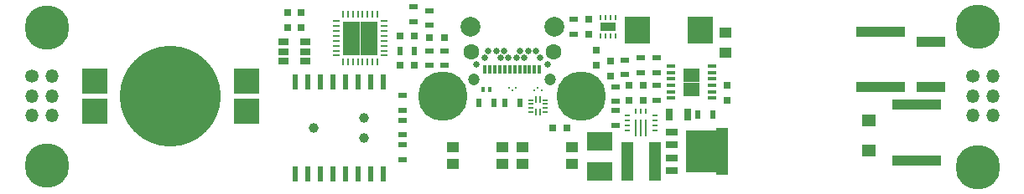
<source format=gbr>
G04 #@! TF.GenerationSoftware,KiCad,Pcbnew,(5.0.0)*
G04 #@! TF.CreationDate,2018-09-28T20:30:43-07:00*
G04 #@! TF.ProjectId,nixie_bottom_board,6E697869655F626F74746F6D5F626F61,rev?*
G04 #@! TF.SameCoordinates,Original*
G04 #@! TF.FileFunction,Soldermask,Top*
G04 #@! TF.FilePolarity,Negative*
%FSLAX46Y46*%
G04 Gerber Fmt 4.6, Leading zero omitted, Abs format (unit mm)*
G04 Created by KiCad (PCBNEW (5.0.0)) date 09/28/18 20:30:43*
%MOMM*%
%LPD*%
G01*
G04 APERTURE LIST*
%ADD10R,0.750000X0.800000*%
%ADD11C,10.200000*%
%ADD12R,2.500000X2.500000*%
%ADD13R,0.800000X0.800000*%
%ADD14R,0.900000X0.500000*%
%ADD15C,1.200000*%
%ADD16C,0.650000*%
%ADD17C,2.000000*%
%ADD18C,1.600000*%
%ADD19R,0.300000X0.900000*%
%ADD20R,0.800000X0.750000*%
%ADD21C,0.990600*%
%ADD22R,0.600000X1.500000*%
%ADD23R,1.725000X1.725000*%
%ADD24R,0.250000X0.700000*%
%ADD25R,0.700000X0.250000*%
%ADD26R,0.500000X0.900000*%
%ADD27C,1.350000*%
%ADD28O,1.350000X1.350000*%
%ADD29R,0.200000X0.700000*%
%ADD30R,0.500000X0.200000*%
%ADD31R,0.250000X1.800000*%
%ADD32R,0.600000X0.250000*%
%ADD33R,0.250000X0.600000*%
%ADD34R,1.300000X1.000000*%
%ADD35R,0.200000X0.200000*%
%ADD36R,0.300000X0.550000*%
%ADD37R,2.550000X2.700000*%
%ADD38R,2.500000X1.950000*%
%ADD39R,1.150000X0.700000*%
%ADD40R,3.300000X4.200000*%
%ADD41R,1.300000X4.700000*%
%ADD42R,1.250000X1.000000*%
%ADD43R,3.000000X1.000000*%
%ADD44R,5.000000X1.000000*%
%ADD45C,0.800000*%
%ADD46C,4.500000*%
%ADD47C,5.000000*%
%ADD48R,1.200000X3.900000*%
%ADD49R,0.700000X1.300000*%
%ADD50R,1.060000X0.650000*%
%ADD51R,0.825000X0.712500*%
%ADD52R,0.890000X0.420000*%
%ADD53R,1.400000X1.200000*%
%ADD54R,0.250000X0.500000*%
%ADD55R,1.600000X0.900000*%
G04 APERTURE END LIST*
D10*
G04 #@! TO.C,C17*
X157700000Y-93750000D03*
X157700000Y-92250000D03*
G04 #@! TD*
D11*
G04 #@! TO.C,BT1*
X115500000Y-100000000D03*
D12*
X107850000Y-101550000D03*
X107850000Y-98450000D03*
X123150000Y-101550000D03*
X123150000Y-98450000D03*
G04 #@! TD*
D13*
G04 #@! TO.C,D5*
X143200000Y-94100000D03*
X141600000Y-94100000D03*
G04 #@! TD*
D14*
G04 #@! TO.C,R13*
X143200000Y-96900000D03*
X143200000Y-95400000D03*
G04 #@! TD*
D15*
G04 #@! TO.C,J1*
X146155000Y-98310000D03*
X153845000Y-98310000D03*
D16*
X152400000Y-95410000D03*
X151600000Y-95410000D03*
X150800000Y-95410000D03*
X149200000Y-95410000D03*
X148400000Y-95410000D03*
X147600000Y-95410000D03*
X152800000Y-96110000D03*
X151200000Y-96110000D03*
X150400000Y-96110000D03*
X149600000Y-96110000D03*
X148800000Y-96110000D03*
X147200000Y-96110000D03*
X153600000Y-96760000D03*
X146400000Y-96760000D03*
D17*
X154220000Y-92995000D03*
X145780000Y-92995000D03*
D18*
X145870000Y-95510000D03*
D19*
X147750000Y-97330000D03*
X149250000Y-97330000D03*
X148750000Y-97330000D03*
X148250000Y-97330000D03*
X147250000Y-97330000D03*
X149750000Y-97330000D03*
X150250000Y-97330000D03*
X150750000Y-97330000D03*
X151250000Y-97330000D03*
X151750000Y-97330000D03*
X152250000Y-97330000D03*
X152750000Y-97330000D03*
D18*
X154130000Y-95510000D03*
G04 #@! TD*
D20*
G04 #@! TO.C,C12*
X138650000Y-96900000D03*
X140150000Y-96900000D03*
G04 #@! TD*
G04 #@! TO.C,C13*
X140150000Y-93900000D03*
X138650000Y-93900000D03*
G04 #@! TD*
D21*
G04 #@! TO.C,J2*
X135040000Y-102184000D03*
X135040000Y-104216000D03*
X129960000Y-103200000D03*
G04 #@! TD*
D22*
G04 #@! TO.C,U4*
X136945000Y-98550000D03*
X135675000Y-98550000D03*
X134405000Y-98550000D03*
X133135000Y-98550000D03*
X131865000Y-98550000D03*
X130595000Y-98550000D03*
X129325000Y-98550000D03*
X128055000Y-98550000D03*
X128055000Y-107850000D03*
X129325000Y-107850000D03*
X130595000Y-107850000D03*
X131865000Y-107850000D03*
X133135000Y-107850000D03*
X134405000Y-107850000D03*
X135675000Y-107850000D03*
X136945000Y-107850000D03*
G04 #@! TD*
D23*
G04 #@! TO.C,U2*
X135512500Y-95012500D03*
X135512500Y-93287500D03*
X133787500Y-95012500D03*
X133787500Y-93287500D03*
D24*
X136400000Y-96550000D03*
X135900000Y-96550000D03*
X135400000Y-96550000D03*
X134900000Y-96550000D03*
X134400000Y-96550000D03*
X133900000Y-96550000D03*
X133400000Y-96550000D03*
X132900000Y-96550000D03*
D25*
X132250000Y-95900000D03*
X132250000Y-95400000D03*
X132250000Y-94900000D03*
X132250000Y-94400000D03*
X132250000Y-93900000D03*
X132250000Y-93400000D03*
X132250000Y-92900000D03*
X132250000Y-92400000D03*
D24*
X132900000Y-91750000D03*
X133400000Y-91750000D03*
X133900000Y-91750000D03*
X134400000Y-91750000D03*
X134900000Y-91750000D03*
X135400000Y-91750000D03*
X135900000Y-91750000D03*
X136400000Y-91750000D03*
D25*
X137050000Y-92400000D03*
X137050000Y-92900000D03*
X137050000Y-93400000D03*
X137050000Y-93900000D03*
X137050000Y-94400000D03*
X137050000Y-94900000D03*
X137050000Y-95400000D03*
X137050000Y-95900000D03*
G04 #@! TD*
D26*
G04 #@! TO.C,R1*
X149250000Y-100700000D03*
X150750000Y-100700000D03*
G04 #@! TD*
D27*
G04 #@! TO.C,J4*
X101500000Y-98000000D03*
D28*
X103500000Y-98000000D03*
X101500000Y-100000000D03*
X103500000Y-100000000D03*
X101500000Y-102000000D03*
X103500000Y-102000000D03*
G04 #@! TD*
D27*
G04 #@! TO.C,J3*
X196500000Y-98000000D03*
D28*
X198500000Y-98000000D03*
X196500000Y-100000000D03*
X198500000Y-100000000D03*
X196500000Y-102000000D03*
X198500000Y-102000000D03*
G04 #@! TD*
D29*
G04 #@! TO.C,U1*
X152800000Y-100350000D03*
X152400000Y-100350000D03*
D30*
X151850000Y-100400000D03*
X151850000Y-100800000D03*
X151850000Y-101200000D03*
X151850000Y-101600000D03*
D29*
X152400000Y-101650000D03*
X152800000Y-101650000D03*
D30*
X153350000Y-101600000D03*
X153350000Y-101200000D03*
X153350000Y-100800000D03*
X153350000Y-100400000D03*
G04 #@! TD*
D31*
G04 #@! TO.C,U3*
X162500000Y-103250000D03*
X163000000Y-103250000D03*
X163500000Y-103250000D03*
D32*
X164400000Y-103450000D03*
X164400000Y-102950000D03*
X164400000Y-102450000D03*
X164400000Y-101950000D03*
D33*
X163500000Y-101550000D03*
X163000000Y-101550000D03*
X162500000Y-101550000D03*
D32*
X161600000Y-101950000D03*
X161600000Y-102450000D03*
X161600000Y-102950000D03*
X161600000Y-103450000D03*
G04 #@! TD*
D34*
G04 #@! TO.C,SW1*
X149000000Y-106850000D03*
X149000000Y-105150000D03*
X144000000Y-105140000D03*
X144000000Y-106850000D03*
G04 #@! TD*
G04 #@! TO.C,SW2*
X156000000Y-106850000D03*
X156000000Y-105150000D03*
X151000000Y-105140000D03*
X151000000Y-106850000D03*
G04 #@! TD*
D35*
G04 #@! TO.C,D2*
X152940000Y-99450000D03*
X152260000Y-99450000D03*
X152600000Y-99150000D03*
G04 #@! TD*
G04 #@! TO.C,D3*
X149660000Y-99150000D03*
X150340000Y-99150000D03*
X150000000Y-99450000D03*
G04 #@! TD*
D36*
G04 #@! TO.C,D1*
X147050000Y-99300000D03*
X147750000Y-99300000D03*
G04 #@! TD*
D10*
G04 #@! TO.C,C16*
X127300000Y-91550000D03*
X127300000Y-93050000D03*
G04 #@! TD*
D26*
G04 #@! TO.C,R3*
X146650000Y-100700000D03*
X148150000Y-100700000D03*
G04 #@! TD*
D20*
G04 #@! TO.C,C3*
X163250000Y-100400000D03*
X161750000Y-100400000D03*
G04 #@! TD*
D37*
G04 #@! TO.C,C1*
X162650000Y-93300000D03*
X169000000Y-93300000D03*
G04 #@! TD*
D38*
G04 #@! TO.C,C11*
X158800000Y-104575000D03*
X158800000Y-107625000D03*
G04 #@! TD*
D39*
G04 #@! TO.C,Q1*
X166100000Y-107510000D03*
D40*
X169135000Y-105600000D03*
D41*
X171200000Y-105600000D03*
D39*
X166100000Y-106240000D03*
X166100000Y-103690000D03*
X166100000Y-104960000D03*
G04 #@! TD*
D10*
G04 #@! TO.C,C15*
X128700000Y-91550000D03*
X128700000Y-93050000D03*
G04 #@! TD*
D20*
G04 #@! TO.C,C14*
X155550000Y-103200000D03*
X154050000Y-103200000D03*
G04 #@! TD*
D10*
G04 #@! TO.C,C2*
X158500000Y-95350000D03*
X158500000Y-96850000D03*
G04 #@! TD*
D20*
G04 #@! TO.C,C6*
X163250000Y-98900000D03*
X161750000Y-98900000D03*
G04 #@! TD*
D42*
G04 #@! TO.C,C4*
X171500000Y-95600000D03*
X171500000Y-93600000D03*
G04 #@! TD*
D43*
G04 #@! TO.C,C9*
X192300000Y-99100000D03*
X192300000Y-94500000D03*
G04 #@! TD*
D44*
G04 #@! TO.C,C8*
X190800000Y-100900000D03*
X190800000Y-106500000D03*
G04 #@! TD*
D14*
G04 #@! TO.C,R19*
X138900000Y-101450000D03*
X138900000Y-99950000D03*
G04 #@! TD*
D26*
G04 #@! TO.C,R18*
X140150000Y-95400000D03*
X138650000Y-95400000D03*
G04 #@! TD*
D14*
G04 #@! TO.C,R17*
X160400000Y-99050000D03*
X160400000Y-100550000D03*
G04 #@! TD*
G04 #@! TO.C,R16*
X160400000Y-101450000D03*
X160400000Y-102950000D03*
G04 #@! TD*
D45*
G04 #@! TO.C,MH1*
X104237437Y-91862563D03*
X104750000Y-93100000D03*
X104237437Y-94337437D03*
X103000000Y-94850000D03*
X101762563Y-94337437D03*
X101250000Y-93100000D03*
X101762563Y-91862563D03*
X103000000Y-91350000D03*
D46*
X103000000Y-93100000D03*
G04 #@! TD*
G04 #@! TO.C,MH2*
X103000000Y-107000000D03*
D45*
X103000000Y-105250000D03*
X101762563Y-105762563D03*
X101250000Y-107000000D03*
X101762563Y-108237437D03*
X103000000Y-108750000D03*
X104237437Y-108237437D03*
X104750000Y-107000000D03*
X104237437Y-105762563D03*
G04 #@! TD*
G04 #@! TO.C,MH3*
X198237437Y-91762563D03*
X198750000Y-93000000D03*
X198237437Y-94237437D03*
X197000000Y-94750000D03*
X195762563Y-94237437D03*
X195250000Y-93000000D03*
X195762563Y-91762563D03*
X197000000Y-91250000D03*
D46*
X197000000Y-93000000D03*
G04 #@! TD*
G04 #@! TO.C,MH4*
X197000000Y-107200000D03*
D45*
X197000000Y-105450000D03*
X195762563Y-105962563D03*
X195250000Y-107200000D03*
X195762563Y-108437437D03*
X197000000Y-108950000D03*
X198237437Y-108437437D03*
X198750000Y-107200000D03*
X198237437Y-105962563D03*
G04 #@! TD*
D47*
G04 #@! TO.C,MH6*
X157000000Y-100000000D03*
D45*
X158875000Y-100000000D03*
X158325825Y-101325825D03*
X157000000Y-101875000D03*
X155674175Y-101325825D03*
X155125000Y-100000000D03*
X155674175Y-98674175D03*
X157000000Y-98125000D03*
X158325825Y-98674175D03*
G04 #@! TD*
G04 #@! TO.C,MH5*
X144325825Y-98674175D03*
X143000000Y-98125000D03*
X141674175Y-98674175D03*
X141125000Y-100000000D03*
X141674175Y-101325825D03*
X143000000Y-101875000D03*
X144325825Y-101325825D03*
X144875000Y-100000000D03*
D47*
X143000000Y-100000000D03*
G04 #@! TD*
D10*
G04 #@! TO.C,C5*
X159900000Y-96450000D03*
X159900000Y-97950000D03*
G04 #@! TD*
G04 #@! TO.C,C7*
X171700000Y-100450000D03*
X171700000Y-98950000D03*
G04 #@! TD*
D14*
G04 #@! TO.C,R9*
X163000000Y-96150000D03*
X163000000Y-97650000D03*
G04 #@! TD*
G04 #@! TO.C,R6*
X164600000Y-100450000D03*
X164600000Y-98950000D03*
G04 #@! TD*
D48*
G04 #@! TO.C,L1*
X164400000Y-106600000D03*
X161600000Y-106600000D03*
G04 #@! TD*
D14*
G04 #@! TO.C,R7*
X161400000Y-96350000D03*
X161400000Y-97850000D03*
G04 #@! TD*
G04 #@! TO.C,R5*
X138900000Y-104950000D03*
X138900000Y-106450000D03*
G04 #@! TD*
G04 #@! TO.C,R2*
X141600000Y-95400000D03*
X141600000Y-96900000D03*
G04 #@! TD*
D26*
G04 #@! TO.C,R8*
X168750000Y-101900000D03*
X170250000Y-101900000D03*
G04 #@! TD*
D14*
G04 #@! TO.C,R10*
X164600000Y-97650000D03*
X164600000Y-96150000D03*
G04 #@! TD*
D44*
G04 #@! TO.C,C10*
X187200000Y-93500000D03*
X187200000Y-99100000D03*
G04 #@! TD*
D14*
G04 #@! TO.C,R4*
X138900000Y-103950000D03*
X138900000Y-102450000D03*
G04 #@! TD*
D49*
G04 #@! TO.C,R11*
X167750000Y-101900000D03*
X165850000Y-101900000D03*
G04 #@! TD*
D50*
G04 #@! TO.C,U5*
X126900000Y-94550000D03*
X126900000Y-95500000D03*
X126900000Y-96450000D03*
X129100000Y-96450000D03*
X129100000Y-94550000D03*
X129100000Y-95500000D03*
G04 #@! TD*
D51*
G04 #@! TO.C,U6*
X167687500Y-97531250D03*
X167687500Y-98243750D03*
X167687500Y-98956250D03*
X167687500Y-99668750D03*
X168512500Y-97531250D03*
X168512500Y-98243750D03*
X168512500Y-98956250D03*
X168512500Y-99668750D03*
D52*
X170205000Y-96975000D03*
X170205000Y-97625000D03*
X170205000Y-98275000D03*
X170205000Y-98925000D03*
X170205000Y-99575000D03*
X170205000Y-100225000D03*
X165995000Y-100225000D03*
X165995000Y-99575000D03*
X165995000Y-98925000D03*
X165995000Y-98275000D03*
X165995000Y-97625000D03*
X165995000Y-96975000D03*
G04 #@! TD*
D53*
G04 #@! TO.C,D4*
X186000000Y-105550000D03*
X186000000Y-102450000D03*
G04 #@! TD*
D14*
G04 #@! TO.C,R12*
X141600000Y-92850000D03*
X141600000Y-91350000D03*
G04 #@! TD*
G04 #@! TO.C,R14*
X156200000Y-92250000D03*
X156200000Y-93750000D03*
G04 #@! TD*
G04 #@! TO.C,R15*
X140000000Y-92450000D03*
X140000000Y-90950000D03*
G04 #@! TD*
D54*
G04 #@! TO.C,U7*
X159950000Y-92050000D03*
X160450000Y-92050000D03*
X160450000Y-93950000D03*
X159450000Y-93950000D03*
X158950000Y-93950000D03*
D55*
X159700000Y-93000000D03*
D54*
X158950000Y-92050000D03*
X159450000Y-92050000D03*
X159950000Y-93950000D03*
G04 #@! TD*
M02*

</source>
